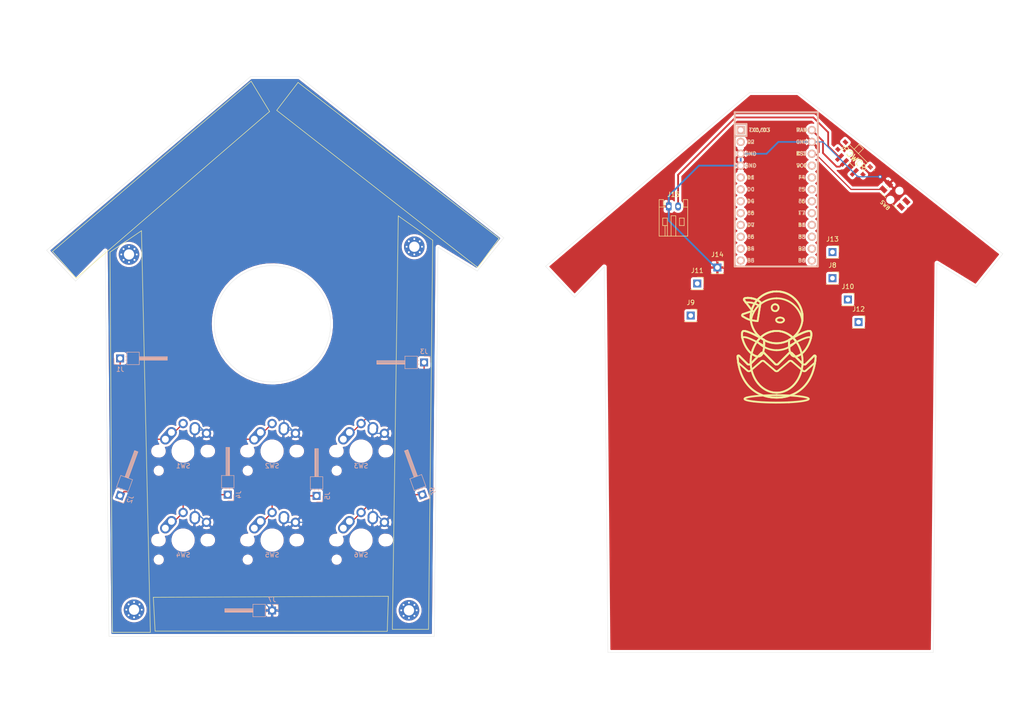
<source format=kicad_pcb>
(kicad_pcb (version 20171130) (host pcbnew 5.1.9-1.fc33)
  (layers (0 F.Cu signal) (31 B.Cu signal) (34 B.Paste user) (35 F.Paste user) (36 B.SilkS user) (37 F.SilkS user) (38 B.Mask user) (39 F.Mask user) (44 Edge.Cuts user))
  (net 0 "")
  (net 1 "Net-(J1-Pad1)")
  (net 2 "Net-(J2-Pad1)")
  (net 3 "Net-(J3-Pad1)")
  (net 4 "Net-(J4-Pad1)")
  (net 5 "Net-(J5-Pad1)")
  (net 6 "Net-(J6-Pad1)")
  (net 7 GND)
  (net 8 "Net-(J7-Pad1)")
  (net 9 SW1)
  (net 10 SW2)
  (net 11 SW3)
  (net 12 SW4)
  (net 13 SW5)
  (net 14 SW6)
  (net 15 RST)
  (net 16 RAW)
  (net 17 "Net-(U1-Pad12)")
  (net 18 "Net-(U1-Pad21)")
  (net 19 "Net-(U1-Pad20)")
  (net 20 "Net-(U1-Pad19)")
  (net 21 "Net-(U1-Pad18)")
  (net 22 "Net-(U1-Pad17)")
  (net 23 "Net-(U1-Pad16)")
  (net 24 "Net-(U1-Pad15)")
  (net 25 "Net-(U1-Pad14)")
  (net 26 "Net-(U1-Pad13)")
  (net 27 "Net-(U1-Pad11)")
  (net 28 "Net-(U1-Pad10)")
  (net 29 "Net-(U1-Pad9)")
  (net 30 "Net-(U1-Pad8)")
  (net 31 "Net-(U1-Pad7)")
  (net 32 "Net-(U1-Pad6)")
  (net 33 "Net-(U1-Pad5)")
  (net 34 "Net-(U1-Pad2)")
  (net 35 "Net-(U1-Pad1)")
  (net 36 VBAT)
  (module Connector_JST:JST_PH_S2B-PH-K_1x02_P2.00mm_Horizontal (layer F.Cu) (at 174.625 60.325)
    (fp_text reference J15 (at 1 -2.55) (layer F.SilkS))
    (fp_text value "JST PH")
    (pad 2 thru_hole oval (at 2 0) (size 1.2 1.75) (drill 0.75) (layers *.Cu *.Mask) (net 36 VBAT))
    (pad 1 thru_hole roundrect (at 0 0) (size 1.2 1.75) (drill 0.75) (layers *.Cu *.Mask) (roundrect_rratio 0.208333) (net 7 GND))
  )
  (module MSK-12C02:MSK-12C02 (layer F.Cu) (at 214.3125 50.00625 135)
    (fp_text reference SW7 (at 0 0 135) (layer F.SilkS) (effects (font (size 1.27 1.27))))
    (fp_text value POWER (at 0 0 135) (layer F.SilkS) (effects (font (size 1.27 1.27))))
    (fp_text user >Name (at -3 1 135) (layer F.SilkS) (effects (font (size 0.38608 0.38608) (thickness 0.032512)) (justify left bottom)))
    (pad "" np_thru_hole circle (at 1.5 0 135) (size 0.8 0.8) (drill 0.8) (layers *.Cu *.Mask))
    (pad "" np_thru_hole circle (at -1.5 0 135) (size 0.8 0.8) (drill 0.8) (layers *.Cu *.Mask))
    (pad 1 smd rect (at 2.323 -2.1 315) (size 0.8 2) (layers F.Cu F.Paste F.Mask) (net 36 VBAT))
    (pad 3 smd rect (at -2.177 -2.1 315) (size 0.8 2) (layers F.Cu F.Paste F.Mask))
    (pad GND@4 smd rect (at 3.75 1.125 315) (size 1 0.8) (layers F.Cu F.Paste F.Mask))
    (pad GND@3 smd rect (at 3.8 -1.125 315) (size 0.9 0.8) (layers F.Cu F.Paste F.Mask))
    (pad GND@1 smd rect (at -3.75 1.125 315) (size 1 0.8) (layers F.Cu F.Paste F.Mask))
    (pad GND@2 smd rect (at -3.8 -1.125 315) (size 0.9 0.8) (layers F.Cu F.Paste F.Mask))
    (pad 2 smd rect (at 0.823 -2.1 315) (size 0.8 2) (layers F.Cu F.Paste F.Mask) (net 16 RAW))
  )
  (module Keebio-Parts:ArduinoProMicro (layer F.Cu) (at 197.64375 57.94375 270)
    (fp_text reference U1 hide)
    (fp_text value ProMicro hide)
    (fp_text user ST (at -8.91 -5.04) (layer B.SilkS) (effects (font (size 0.8 0.8)) (justify mirror)))
    (fp_text user TX0/D3 (at -13.97 3.571872) (layer F.SilkS) (effects (font (size 0.8 0.8))))
    (fp_text user TX0/D3 (at -13.97 3.571872) (layer B.SilkS) (effects (font (size 0.8 0.8)) (justify mirror)))
    (fp_text user D2 (at -11.43 5.461) (layer F.SilkS) (effects (font (size 0.8 0.8))))
    (fp_text user D0 (at -1.27 5.461) (layer F.SilkS) (effects (font (size 0.8 0.8))))
    (fp_text user D1 (at -3.81 5.461) (layer F.SilkS) (effects (font (size 0.8 0.8))))
    (fp_text user GND (at -6.35 5.461) (layer F.SilkS) (effects (font (size 0.8 0.8))))
    (fp_text user GND (at -8.89 5.461) (layer F.SilkS) (effects (font (size 0.8 0.8))))
    (fp_text user D4 (at 1.27 5.461) (layer F.SilkS) (effects (font (size 0.8 0.8))))
    (fp_text user C6 (at 3.81 5.461) (layer F.SilkS) (effects (font (size 0.8 0.8))))
    (fp_text user D7 (at 6.35 5.461) (layer F.SilkS) (effects (font (size 0.8 0.8))))
    (fp_text user E6 (at 8.89 5.461) (layer F.SilkS) (effects (font (size 0.8 0.8))))
    (fp_text user B4 (at 11.43 5.461) (layer F.SilkS) (effects (font (size 0.8 0.8))))
    (fp_text user B5 (at 13.97 5.461) (layer F.SilkS) (effects (font (size 0.8 0.8))))
    (fp_text user B6 (at 13.97 -5.461) (layer F.SilkS) (effects (font (size 0.8 0.8))))
    (fp_text user B2 (at 11.43 -5.461) (layer B.SilkS) (effects (font (size 0.8 0.8)) (justify mirror)))
    (fp_text user B3 (at 8.89 -5.461) (layer F.SilkS) (effects (font (size 0.8 0.8))))
    (fp_text user B1 (at 6.35 -5.461) (layer F.SilkS) (effects (font (size 0.8 0.8))))
    (fp_text user F7 (at 3.81 -5.461) (layer B.SilkS) (effects (font (size 0.8 0.8)) (justify mirror)))
    (fp_text user F6 (at 1.27 -5.461) (layer B.SilkS) (effects (font (size 0.8 0.8)) (justify mirror)))
    (fp_text user F5 (at -1.27 -5.461) (layer B.SilkS) (effects (font (size 0.8 0.8)) (justify mirror)))
    (fp_text user F4 (at -3.81 -5.461) (layer F.SilkS) (effects (font (size 0.8 0.8))))
    (fp_text user VCC (at -6.35 -5.461) (layer F.SilkS) (effects (font (size 0.8 0.8))))
    (fp_text user ST (at -8.92 -5.73312) (layer F.SilkS) (effects (font (size 0.8 0.8))))
    (fp_text user GND (at -11.43 -5.461) (layer F.SilkS) (effects (font (size 0.8 0.8))))
    (fp_text user RAW (at -13.97 -5.461) (layer F.SilkS) (effects (font (size 0.8 0.8))))
    (fp_text user RAW (at -13.97 -5.461) (layer B.SilkS) (effects (font (size 0.8 0.8)) (justify mirror)))
    (fp_text user GND (at -11.43 -5.461) (layer B.SilkS) (effects (font (size 0.8 0.8)) (justify mirror)))
    (fp_text user VCC (at -6.35 -5.461) (layer B.SilkS) (effects (font (size 0.8 0.8)) (justify mirror)))
    (fp_text user F4 (at -3.81 -5.461) (layer B.SilkS) (effects (font (size 0.8 0.8)) (justify mirror)))
    (fp_text user F5 (at -1.27 -5.461) (layer F.SilkS) (effects (font (size 0.8 0.8))))
    (fp_text user F6 (at 1.27 -5.461) (layer F.SilkS) (effects (font (size 0.8 0.8))))
    (fp_text user F7 (at 3.81 -5.461) (layer F.SilkS) (effects (font (size 0.8 0.8))))
    (fp_text user B1 (at 6.35 -5.461) (layer B.SilkS) (effects (font (size 0.8 0.8)) (justify mirror)))
    (fp_text user B3 (at 8.89 -5.461) (layer B.SilkS) (effects (font (size 0.8 0.8)) (justify mirror)))
    (fp_text user B2 (at 11.43 -5.461) (layer F.SilkS) (effects (font (size 0.8 0.8))))
    (fp_text user B6 (at 13.97 -5.461) (layer B.SilkS) (effects (font (size 0.8 0.8)) (justify mirror)))
    (fp_text user B5 (at 13.97 5.461) (layer B.SilkS) (effects (font (size 0.8 0.8)) (justify mirror)))
    (fp_text user B4 (at 11.43 5.461) (layer B.SilkS) (effects (font (size 0.8 0.8)) (justify mirror)))
    (fp_text user E6 (at 8.89 5.461) (layer B.SilkS) (effects (font (size 0.8 0.8)) (justify mirror)))
    (fp_text user D7 (at 6.35 5.461) (layer B.SilkS) (effects (font (size 0.8 0.8)) (justify mirror)))
    (fp_text user C6 (at 3.81 5.461) (layer B.SilkS) (effects (font (size 0.8 0.8)) (justify mirror)))
    (fp_text user D4 (at 1.27 5.461) (layer B.SilkS) (effects (font (size 0.8 0.8)) (justify mirror)))
    (fp_text user GND (at -8.89 5.461) (layer B.SilkS) (effects (font (size 0.8 0.8)) (justify mirror)))
    (fp_text user GND (at -6.35 5.461) (layer B.SilkS) (effects (font (size 0.8 0.8)) (justify mirror)))
    (fp_text user D1 (at -3.81 5.461) (layer B.SilkS) (effects (font (size 0.8 0.8)) (justify mirror)))
    (fp_text user D0 (at -1.27 5.461) (layer B.SilkS) (effects (font (size 0.8 0.8)) (justify mirror)))
    (fp_text user D2 (at -11.43 5.461) (layer B.SilkS) (effects (font (size 0.8 0.8)) (justify mirror)))
    (pad 24 thru_hole circle (at -13.97 -7.62 270) (size 1.7526 1.7526) (drill 1.0922) (layers *.Cu *.SilkS *.Mask) (net 16 RAW))
    (pad 12 thru_hole circle (at 13.97 7.62 270) (size 1.7526 1.7526) (drill 1.0922) (layers *.Cu *.SilkS *.Mask) (net 17 "Net-(U1-Pad12)"))
    (pad 23 thru_hole circle (at -11.43 -7.62 270) (size 1.7526 1.7526) (drill 1.0922) (layers *.Cu *.SilkS *.Mask) (net 7 GND))
    (pad 22 thru_hole circle (at -8.89 -7.62 270) (size 1.7526 1.7526) (drill 1.0922) (layers *.Cu *.SilkS *.Mask) (net 15 RST))
    (pad 21 thru_hole circle (at -6.35 -7.62 270) (size 1.7526 1.7526) (drill 1.0922) (layers *.Cu *.SilkS *.Mask) (net 18 "Net-(U1-Pad21)"))
    (pad 20 thru_hole circle (at -3.81 -7.62 270) (size 1.7526 1.7526) (drill 1.0922) (layers *.Cu *.SilkS *.Mask) (net 19 "Net-(U1-Pad20)"))
    (pad 19 thru_hole circle (at -1.27 -7.62 270) (size 1.7526 1.7526) (drill 1.0922) (layers *.Cu *.SilkS *.Mask) (net 20 "Net-(U1-Pad19)"))
    (pad 18 thru_hole circle (at 1.27 -7.62 270) (size 1.7526 1.7526) (drill 1.0922) (layers *.Cu *.SilkS *.Mask) (net 21 "Net-(U1-Pad18)"))
    (pad 17 thru_hole circle (at 3.81 -7.62 270) (size 1.7526 1.7526) (drill 1.0922) (layers *.Cu *.SilkS *.Mask) (net 22 "Net-(U1-Pad17)"))
    (pad 16 thru_hole circle (at 6.35 -7.62 270) (size 1.7526 1.7526) (drill 1.0922) (layers *.Cu *.SilkS *.Mask) (net 23 "Net-(U1-Pad16)"))
    (pad 15 thru_hole circle (at 8.89 -7.62 270) (size 1.7526 1.7526) (drill 1.0922) (layers *.Cu *.SilkS *.Mask) (net 24 "Net-(U1-Pad15)"))
    (pad 14 thru_hole circle (at 11.43 -7.62 270) (size 1.7526 1.7526) (drill 1.0922) (layers *.Cu *.SilkS *.Mask) (net 25 "Net-(U1-Pad14)"))
    (pad 13 thru_hole circle (at 13.97 -7.62 270) (size 1.7526 1.7526) (drill 1.0922) (layers *.Cu *.SilkS *.Mask) (net 26 "Net-(U1-Pad13)"))
    (pad 11 thru_hole circle (at 11.43 7.62 270) (size 1.7526 1.7526) (drill 1.0922) (layers *.Cu *.SilkS *.Mask) (net 27 "Net-(U1-Pad11)"))
    (pad 10 thru_hole circle (at 8.89 7.62 270) (size 1.7526 1.7526) (drill 1.0922) (layers *.Cu *.SilkS *.Mask) (net 28 "Net-(U1-Pad10)"))
    (pad 9 thru_hole circle (at 6.35 7.62 270) (size 1.7526 1.7526) (drill 1.0922) (layers *.Cu *.SilkS *.Mask) (net 29 "Net-(U1-Pad9)"))
    (pad 8 thru_hole circle (at 3.81 7.62 270) (size 1.7526 1.7526) (drill 1.0922) (layers *.Cu *.SilkS *.Mask) (net 30 "Net-(U1-Pad8)"))
    (pad 7 thru_hole circle (at 1.27 7.62 270) (size 1.7526 1.7526) (drill 1.0922) (layers *.Cu *.SilkS *.Mask) (net 31 "Net-(U1-Pad7)"))
    (pad 6 thru_hole circle (at -1.27 7.62 270) (size 1.7526 1.7526) (drill 1.0922) (layers *.Cu *.SilkS *.Mask) (net 32 "Net-(U1-Pad6)"))
    (pad 5 thru_hole circle (at -3.81 7.62 270) (size 1.7526 1.7526) (drill 1.0922) (layers *.Cu *.SilkS *.Mask) (net 33 "Net-(U1-Pad5)"))
    (pad 4 thru_hole circle (at -6.35 7.62 270) (size 1.7526 1.7526) (drill 1.0922) (layers *.Cu *.SilkS *.Mask) (net 7 GND))
    (pad 3 thru_hole circle (at -8.89 7.62 270) (size 1.7526 1.7526) (drill 1.0922) (layers *.Cu *.SilkS *.Mask) (net 7 GND))
    (pad 2 thru_hole circle (at -11.43 7.62 270) (size 1.7526 1.7526) (drill 1.0922) (layers *.Cu *.SilkS *.Mask) (net 34 "Net-(U1-Pad2)"))
    (pad 1 thru_hole rect (at -13.97 7.62 270) (size 1.7526 1.7526) (drill 1.0922) (layers *.Cu *.SilkS *.Mask) (net 35 "Net-(U1-Pad1)"))
  )
  (module birdhouse:EVQPUC02K (layer F.Cu) (at 223.04375 57.94375 135)
    (fp_text reference SW8 (at 0 -3 135) (layer F.SilkS) (effects (font (size 0.8 0.8))))
    (fp_text value RESET)
    (pad "" np_thru_hole circle (at 0 1.375 135) (size 0.75 0.75) (drill 0.75) (layers *.Cu *.Mask))
    (pad "" np_thru_hole circle (at 0 -1.375 225) (size 0.75 0.75) (drill 0.75) (layers *.Cu *.Mask))
    (pad 2 smd rect (at 2.625 0.85 225) (size 1 1.55) (layers F.Cu F.Paste F.Mask) (net 7 GND))
    (pad 3 smd rect (at -2.625 -0.85 45) (size 1 1.55) (layers F.Cu F.Paste F.Mask))
    (pad 1 smd rect (at 2.625 -0.85 225) (size 1 1.55) (layers F.Cu F.Paste F.Mask) (net 15 RST))
    (pad 4 smd rect (at -2.625 0.85 225) (size 1 1.55) (layers F.Cu F.Paste F.Mask))
  )
  (module Connector_PinSocket_2.54mm:PinSocket_1x01_P2.54mm_Vertical (layer F.Cu) (at 185.039 73.406)
    (fp_text reference J14 (at 0 -2.77) (layer F.SilkS))
    (fp_text value J7_BACK)
    (pad 1 thru_hole rect (at 0 0) (size 1.7 1.7) (drill 1) (layers *.Cu *.Mask) (net 7 GND))
  )
  (module Connector_PinSocket_2.54mm:PinSocket_1x01_P2.54mm_Vertical (layer F.Cu) (at 209.677 70.104)
    (fp_text reference J13 (at 0 -2.77) (layer F.SilkS))
    (fp_text value J6_BACK)
    (pad 1 thru_hole rect (at 0 0) (size 1.7 1.7) (drill 1) (layers *.Cu *.Mask) (net 14 SW6))
  )
  (module Connector_PinSocket_2.54mm:PinSocket_1x01_P2.54mm_Vertical (layer F.Cu) (at 215.265 85.09)
    (fp_text reference J12 (at 0 -2.77) (layer F.SilkS))
    (fp_text value J5_BACK)
    (pad 1 thru_hole rect (at 0 0) (size 1.7 1.7) (drill 1) (layers *.Cu *.Mask) (net 13 SW5))
  )
  (module Connector_PinSocket_2.54mm:PinSocket_1x01_P2.54mm_Vertical (layer F.Cu) (at 180.721 76.835)
    (fp_text reference J11 (at 0 -2.77) (layer F.SilkS))
    (fp_text value J4_BACK)
    (pad 1 thru_hole rect (at 0 0) (size 1.7 1.7) (drill 1) (layers *.Cu *.Mask) (net 12 SW4))
  )
  (module Connector_PinSocket_2.54mm:PinSocket_1x01_P2.54mm_Vertical (layer F.Cu) (at 212.979 80.264)
    (fp_text reference J10 (at 0 -2.77) (layer F.SilkS))
    (fp_text value J3_BACK)
    (pad 1 thru_hole rect (at 0 0) (size 1.7 1.7) (drill 1) (layers *.Cu *.Mask) (net 11 SW3))
  )
  (module Connector_PinSocket_2.54mm:PinSocket_1x01_P2.54mm_Vertical (layer F.Cu) (at 179.324 83.693)
    (fp_text reference J9 (at 0 -2.77) (layer F.SilkS))
    (fp_text value J2_BACK)
    (pad 1 thru_hole rect (at 0 0) (size 1.7 1.7) (drill 1) (layers *.Cu *.Mask) (net 10 SW2))
  )
  (module Connector_PinSocket_2.54mm:PinSocket_1x01_P2.54mm_Vertical (layer F.Cu) (at 209.677 75.692)
    (fp_text reference J8 (at 0 -2.77) (layer F.SilkS))
    (fp_text value J1_BACK)
    (pad 1 thru_hole rect (at 0 0) (size 1.7 1.7) (drill 1) (layers *.Cu *.Mask) (net 9 SW1))
  )
  (module Connector_PinHeader_2.54mm:PinHeader_1x01_P2.54mm_Horizontal (layer B.Cu) (at 122.2375 93.726 180)
    (fp_text reference J3 (at 0 2.33) (layer B.SilkS) (effects (justify mirror)))
    (fp_text value Conn_01x01_Female)
    (pad 1 thru_hole rect (at 0 0 180) (size 1.7 1.7) (drill 1) (layers *.Cu *.Mask) (net 3 "Net-(J3-Pad1)"))
  )
  (module Connector_PinHeader_2.54mm:PinHeader_1x01_P2.54mm_Horizontal (layer B.Cu) (at 89.69375 146.84375 180)
    (fp_text reference J7 (at 0 2.33) (layer B.SilkS) (effects (justify mirror)))
    (fp_text value Conn_01x01_Female)
    (pad 1 thru_hole rect (at 0 0 180) (size 1.7 1.7) (drill 1) (layers *.Cu *.Mask) (net 8 "Net-(J7-Pad1)"))
  )
  (module Connector_PinHeader_2.54mm:PinHeader_1x01_P2.54mm_Horizontal (layer B.Cu) (at 121.8565 122.047 110)
    (fp_text reference J6 (at 0 2.33 110) (layer B.SilkS) (effects (justify mirror)))
    (fp_text value Conn_01x01_Female)
    (pad 1 thru_hole rect (at 0 0 110) (size 1.7 1.7) (drill 1) (layers *.Cu *.Mask) (net 6 "Net-(J6-Pad1)"))
  )
  (module Connector_PinHeader_2.54mm:PinHeader_1x01_P2.54mm_Horizontal (layer B.Cu) (at 99.21875 122.301 90)
    (fp_text reference J5 (at 0 2.33 90) (layer B.SilkS) (effects (justify mirror)))
    (fp_text value Conn_01x01_Female)
    (pad 1 thru_hole rect (at 0 0 90) (size 1.7 1.7) (drill 1) (layers *.Cu *.Mask) (net 5 "Net-(J5-Pad1)"))
  )
  (module Connector_PinHeader_2.54mm:PinHeader_1x01_P2.54mm_Horizontal (layer B.Cu) (at 80.2005 122.047 90)
    (fp_text reference J4 (at 0 2.33 90) (layer B.SilkS) (effects (justify mirror)))
    (fp_text value Conn_01x01_Female)
    (pad 1 thru_hole rect (at 0 0 90) (size 1.7 1.7) (drill 1) (layers *.Cu *.Mask) (net 4 "Net-(J4-Pad1)"))
  )
  (module Connector_PinHeader_2.54mm:PinHeader_1x01_P2.54mm_Horizontal (layer B.Cu) (at 57.15 122.2375 70)
    (fp_text reference J2 (at 0 2.33 70) (layer B.SilkS) (effects (justify mirror)))
    (fp_text value Conn_01x01_Female)
    (pad 1 thru_hole rect (at 0 0 70) (size 1.7 1.7) (drill 1) (layers *.Cu *.Mask) (net 2 "Net-(J2-Pad1)"))
  )
  (module Connector_PinHeader_2.54mm:PinHeader_1x01_P2.54mm_Horizontal (layer B.Cu) (at 57.15 92.86875)
    (fp_text reference J1 (at 0 2.33) (layer B.SilkS) (effects (justify mirror)))
    (fp_text value Conn_01x01_Female)
    (pad 1 thru_hole rect (at 0 0) (size 1.7 1.7) (drill 1) (layers *.Cu *.Mask) (net 1 "Net-(J1-Pad1)"))
  )
  (module MountingHole:MountingHole_2.2mm_M2_Pad_Via (layer F.Cu) (at 120.142 68.961)
    (fp_text reference U4 hide)
    (fp_text value HOLE)
    (pad 1 thru_hole circle (at 1.166726 -1.166726) (size 0.7 0.7) (drill 0.4) (layers *.Cu *.Mask))
    (pad 1 thru_hole circle (at 0 -1.65) (size 0.7 0.7) (drill 0.4) (layers *.Cu *.Mask))
    (pad 1 thru_hole circle (at -1.166726 -1.166726) (size 0.7 0.7) (drill 0.4) (layers *.Cu *.Mask))
    (pad 1 thru_hole circle (at -1.65 0) (size 0.7 0.7) (drill 0.4) (layers *.Cu *.Mask))
    (pad 1 thru_hole circle (at -1.166726 1.166726) (size 0.7 0.7) (drill 0.4) (layers *.Cu *.Mask))
    (pad 1 thru_hole circle (at 0 1.65) (size 0.7 0.7) (drill 0.4) (layers *.Cu *.Mask))
    (pad 1 thru_hole circle (at 1.166726 1.166726) (size 0.7 0.7) (drill 0.4) (layers *.Cu *.Mask))
    (pad 1 thru_hole circle (at 1.65 0) (size 0.7 0.7) (drill 0.4) (layers *.Cu *.Mask))
    (pad 1 thru_hole circle (at 0 0) (size 4.4 4.4) (drill 2.2) (layers *.Cu *.Mask))
  )
  (module MountingHole:MountingHole_2.2mm_M2_Pad_Via (layer F.Cu) (at 59.055 70.612)
    (fp_text reference U4 hide)
    (fp_text value HOLE)
    (pad 1 thru_hole circle (at 1.166726 -1.166726) (size 0.7 0.7) (drill 0.4) (layers *.Cu *.Mask))
    (pad 1 thru_hole circle (at 0 -1.65) (size 0.7 0.7) (drill 0.4) (layers *.Cu *.Mask))
    (pad 1 thru_hole circle (at -1.166726 -1.166726) (size 0.7 0.7) (drill 0.4) (layers *.Cu *.Mask))
    (pad 1 thru_hole circle (at -1.65 0) (size 0.7 0.7) (drill 0.4) (layers *.Cu *.Mask))
    (pad 1 thru_hole circle (at -1.166726 1.166726) (size 0.7 0.7) (drill 0.4) (layers *.Cu *.Mask))
    (pad 1 thru_hole circle (at 0 1.65) (size 0.7 0.7) (drill 0.4) (layers *.Cu *.Mask))
    (pad 1 thru_hole circle (at 1.166726 1.166726) (size 0.7 0.7) (drill 0.4) (layers *.Cu *.Mask))
    (pad 1 thru_hole circle (at 1.65 0) (size 0.7 0.7) (drill 0.4) (layers *.Cu *.Mask))
    (pad 1 thru_hole circle (at 0 0) (size 4.4 4.4) (drill 2.2) (layers *.Cu *.Mask))
  )
  (module MountingHole:MountingHole_2.2mm_M2_Pad_Via (layer F.Cu) (at 118.999 146.812)
    (fp_text reference U4 hide)
    (fp_text value HOLE)
    (pad 1 thru_hole circle (at 1.166726 -1.166726) (size 0.7 0.7) (drill 0.4) (layers *.Cu *.Mask))
    (pad 1 thru_hole circle (at 0 -1.65) (size 0.7 0.7) (drill 0.4) (layers *.Cu *.Mask))
    (pad 1 thru_hole circle (at -1.166726 -1.166726) (size 0.7 0.7) (drill 0.4) (layers *.Cu *.Mask))
    (pad 1 thru_hole circle (at -1.65 0) (size 0.7 0.7) (drill 0.4) (layers *.Cu *.Mask))
    (pad 1 thru_hole circle (at -1.166726 1.166726) (size 0.7 0.7) (drill 0.4) (layers *.Cu *.Mask))
    (pad 1 thru_hole circle (at 0 1.65) (size 0.7 0.7) (drill 0.4) (layers *.Cu *.Mask))
    (pad 1 thru_hole circle (at 1.166726 1.166726) (size 0.7 0.7) (drill 0.4) (layers *.Cu *.Mask))
    (pad 1 thru_hole circle (at 1.65 0) (size 0.7 0.7) (drill 0.4) (layers *.Cu *.Mask))
    (pad 1 thru_hole circle (at 0 0) (size 4.4 4.4) (drill 2.2) (layers *.Cu *.Mask))
  )
  (module MountingHole:MountingHole_2.2mm_M2_Pad_Via (layer F.Cu) (at 60.1345 146.685)
    (fp_text reference U4 hide)
    (fp_text value HOLE)
    (pad 1 thru_hole circle (at 1.166726 -1.166726) (size 0.7 0.7) (drill 0.4) (layers *.Cu *.Mask))
    (pad 1 thru_hole circle (at 0 -1.65) (size 0.7 0.7) (drill 0.4) (layers *.Cu *.Mask))
    (pad 1 thru_hole circle (at -1.166726 -1.166726) (size 0.7 0.7) (drill 0.4) (layers *.Cu *.Mask))
    (pad 1 thru_hole circle (at -1.65 0) (size 0.7 0.7) (drill 0.4) (layers *.Cu *.Mask))
    (pad 1 thru_hole circle (at -1.166726 1.166726) (size 0.7 0.7) (drill 0.4) (layers *.Cu *.Mask))
    (pad 1 thru_hole circle (at 0 1.65) (size 0.7 0.7) (drill 0.4) (layers *.Cu *.Mask))
    (pad 1 thru_hole circle (at 1.166726 1.166726) (size 0.7 0.7) (drill 0.4) (layers *.Cu *.Mask))
    (pad 1 thru_hole circle (at 1.65 0) (size 0.7 0.7) (drill 0.4) (layers *.Cu *.Mask))
    (pad 1 thru_hole circle (at 0 0) (size 4.4 4.4) (drill 2.2) (layers *.Cu *.Mask))
  )
  (module Keebio-Parts:MX-Alps-Choc-1U-NoLED (layer F.Cu) (at 108.74375 131.7625)
    (fp_text reference SW6 (at 0 3.175) (layer B.SilkS) (effects (justify mirror)))
    (fp_text value SW_Push)
    (pad "" np_thru_hole circle (at -5.22 4.2 48.1) (size 1.2 1.2) (drill 1.2) (layers *.Cu *.Mask))
    (pad "" np_thru_hole circle (at 5.5 0 48.1) (size 1.7 1.7) (drill 1.7) (layers *.Cu *.Mask))
    (pad "" np_thru_hole circle (at -5.5 0 48.1) (size 1.7 1.7) (drill 1.7) (layers *.Cu *.Mask))
    (pad 2 thru_hole circle (at 0 -5.9) (size 2 2) (drill 1.2) (layers *.Cu *.Mask) (net 6 "Net-(J6-Pad1)"))
    (pad 1 thru_hole circle (at 5 -3.8) (size 2 2) (drill 1.2) (layers *.Cu *.Mask) (net 8 "Net-(J7-Pad1)"))
    (pad "" np_thru_hole circle (at 5.08 0 48.0996) (size 1.75 1.75) (drill 1.75) (layers *.Cu *.Mask))
    (pad "" np_thru_hole circle (at -5.08 0 48.0996) (size 1.75 1.75) (drill 1.75) (layers *.Cu *.Mask))
    (pad 2 thru_hole circle (at -2.5 -4) (size 2.25 2.25) (drill 1.47) (layers *.Cu *.Mask) (net 6 "Net-(J6-Pad1)"))
    (pad "" np_thru_hole circle (at 0 0) (size 3.9878 3.9878) (drill 3.9878) (layers *.Cu *.Mask))
    (pad 2 thru_hole oval (at -3.81 -2.54 48.1) (size 4.211556 2.25) (drill 1.47 (offset 0.980778 0)) (layers *.Cu *.Mask) (net 6 "Net-(J6-Pad1)"))
    (pad 1 thru_hole circle (at 2.54 -5.08) (size 2.25 2.25) (drill 1.47) (layers *.Cu *.Mask) (net 8 "Net-(J7-Pad1)"))
    (pad 1 thru_hole oval (at 2.5 -4.5 86.1) (size 2.831378 2.25) (drill 1.47 (offset 0.290689 0)) (layers *.Cu *.Mask) (net 8 "Net-(J7-Pad1)"))
  )
  (module Keebio-Parts:MX-Alps-Choc-1U-NoLED (layer F.Cu) (at 89.69375 131.7625)
    (fp_text reference SW5 (at 0 3.175) (layer B.SilkS) (effects (justify mirror)))
    (fp_text value SW_Push)
    (pad "" np_thru_hole circle (at -5.22 4.2 48.1) (size 1.2 1.2) (drill 1.2) (layers *.Cu *.Mask))
    (pad "" np_thru_hole circle (at 5.5 0 48.1) (size 1.7 1.7) (drill 1.7) (layers *.Cu *.Mask))
    (pad "" np_thru_hole circle (at -5.5 0 48.1) (size 1.7 1.7) (drill 1.7) (layers *.Cu *.Mask))
    (pad 2 thru_hole circle (at 0 -5.9) (size 2 2) (drill 1.2) (layers *.Cu *.Mask) (net 5 "Net-(J5-Pad1)"))
    (pad 1 thru_hole circle (at 5 -3.8) (size 2 2) (drill 1.2) (layers *.Cu *.Mask) (net 8 "Net-(J7-Pad1)"))
    (pad "" np_thru_hole circle (at 5.08 0 48.0996) (size 1.75 1.75) (drill 1.75) (layers *.Cu *.Mask))
    (pad "" np_thru_hole circle (at -5.08 0 48.0996) (size 1.75 1.75) (drill 1.75) (layers *.Cu *.Mask))
    (pad 2 thru_hole circle (at -2.5 -4) (size 2.25 2.25) (drill 1.47) (layers *.Cu *.Mask) (net 5 "Net-(J5-Pad1)"))
    (pad "" np_thru_hole circle (at 0 0) (size 3.9878 3.9878) (drill 3.9878) (layers *.Cu *.Mask))
    (pad 2 thru_hole oval (at -3.81 -2.54 48.1) (size 4.211556 2.25) (drill 1.47 (offset 0.980778 0)) (layers *.Cu *.Mask) (net 5 "Net-(J5-Pad1)"))
    (pad 1 thru_hole circle (at 2.54 -5.08) (size 2.25 2.25) (drill 1.47) (layers *.Cu *.Mask) (net 8 "Net-(J7-Pad1)"))
    (pad 1 thru_hole oval (at 2.5 -4.5 86.1) (size 2.831378 2.25) (drill 1.47 (offset 0.290689 0)) (layers *.Cu *.Mask) (net 8 "Net-(J7-Pad1)"))
  )
  (module Keebio-Parts:MX-Alps-Choc-1U-NoLED (layer F.Cu) (at 108.74375 112.7125)
    (fp_text reference SW3 (at 0 3.175) (layer B.SilkS) (effects (justify mirror)))
    (fp_text value SW_Push)
    (pad "" np_thru_hole circle (at -5.22 4.2 48.1) (size 1.2 1.2) (drill 1.2) (layers *.Cu *.Mask))
    (pad "" np_thru_hole circle (at 5.5 0 48.1) (size 1.7 1.7) (drill 1.7) (layers *.Cu *.Mask))
    (pad "" np_thru_hole circle (at -5.5 0 48.1) (size 1.7 1.7) (drill 1.7) (layers *.Cu *.Mask))
    (pad 2 thru_hole circle (at 0 -5.9) (size 2 2) (drill 1.2) (layers *.Cu *.Mask) (net 3 "Net-(J3-Pad1)"))
    (pad 1 thru_hole circle (at 5 -3.8) (size 2 2) (drill 1.2) (layers *.Cu *.Mask) (net 8 "Net-(J7-Pad1)"))
    (pad "" np_thru_hole circle (at 5.08 0 48.0996) (size 1.75 1.75) (drill 1.75) (layers *.Cu *.Mask))
    (pad "" np_thru_hole circle (at -5.08 0 48.0996) (size 1.75 1.75) (drill 1.75) (layers *.Cu *.Mask))
    (pad 2 thru_hole circle (at -2.5 -4) (size 2.25 2.25) (drill 1.47) (layers *.Cu *.Mask) (net 3 "Net-(J3-Pad1)"))
    (pad "" np_thru_hole circle (at 0 0) (size 3.9878 3.9878) (drill 3.9878) (layers *.Cu *.Mask))
    (pad 2 thru_hole oval (at -3.81 -2.54 48.1) (size 4.211556 2.25) (drill 1.47 (offset 0.980778 0)) (layers *.Cu *.Mask) (net 3 "Net-(J3-Pad1)"))
    (pad 1 thru_hole circle (at 2.54 -5.08) (size 2.25 2.25) (drill 1.47) (layers *.Cu *.Mask) (net 8 "Net-(J7-Pad1)"))
    (pad 1 thru_hole oval (at 2.5 -4.5 86.1) (size 2.831378 2.25) (drill 1.47 (offset 0.290689 0)) (layers *.Cu *.Mask) (net 8 "Net-(J7-Pad1)"))
  )
  (module Keebio-Parts:MX-Alps-Choc-1U-NoLED (layer F.Cu) (at 70.64375 131.7625)
    (fp_text reference SW4 (at 0 3.175) (layer B.SilkS) (effects (justify mirror)))
    (fp_text value SW_Push)
    (pad "" np_thru_hole circle (at -5.22 4.2 48.1) (size 1.2 1.2) (drill 1.2) (layers *.Cu *.Mask))
    (pad "" np_thru_hole circle (at 5.5 0 48.1) (size 1.7 1.7) (drill 1.7) (layers *.Cu *.Mask))
    (pad "" np_thru_hole circle (at -5.5 0 48.1) (size 1.7 1.7) (drill 1.7) (layers *.Cu *.Mask))
    (pad 2 thru_hole circle (at 0 -5.9) (size 2 2) (drill 1.2) (layers *.Cu *.Mask) (net 4 "Net-(J4-Pad1)"))
    (pad 1 thru_hole circle (at 5 -3.8) (size 2 2) (drill 1.2) (layers *.Cu *.Mask) (net 8 "Net-(J7-Pad1)"))
    (pad "" np_thru_hole circle (at 5.08 0 48.0996) (size 1.75 1.75) (drill 1.75) (layers *.Cu *.Mask))
    (pad "" np_thru_hole circle (at -5.08 0 48.0996) (size 1.75 1.75) (drill 1.75) (layers *.Cu *.Mask))
    (pad 2 thru_hole circle (at -2.5 -4) (size 2.25 2.25) (drill 1.47) (layers *.Cu *.Mask) (net 4 "Net-(J4-Pad1)"))
    (pad "" np_thru_hole circle (at 0 0) (size 3.9878 3.9878) (drill 3.9878) (layers *.Cu *.Mask))
    (pad 2 thru_hole oval (at -3.81 -2.54 48.1) (size 4.211556 2.25) (drill 1.47 (offset 0.980778 0)) (layers *.Cu *.Mask) (net 4 "Net-(J4-Pad1)"))
    (pad 1 thru_hole circle (at 2.54 -5.08) (size 2.25 2.25) (drill 1.47) (layers *.Cu *.Mask) (net 8 "Net-(J7-Pad1)"))
    (pad 1 thru_hole oval (at 2.5 -4.5 86.1) (size 2.831378 2.25) (drill 1.47 (offset 0.290689 0)) (layers *.Cu *.Mask) (net 8 "Net-(J7-Pad1)"))
  )
  (module Keebio-Parts:MX-Alps-Choc-1U-NoLED (layer F.Cu) (at 89.69375 112.7125)
    (fp_text reference SW2 (at 0 3.175) (layer B.SilkS) (effects (justify mirror)))
    (fp_text value SW_Push)
    (pad "" np_thru_hole circle (at -5.22 4.2 48.1) (size 1.2 1.2) (drill 1.2) (layers *.Cu *.Mask))
    (pad "" np_thru_hole circle (at 5.5 0 48.1) (size 1.7 1.7) (drill 1.7) (layers *.Cu *.Mask))
    (pad "" np_thru_hole circle (at -5.5 0 48.1) (size 1.7 1.7) (drill 1.7) (layers *.Cu *.Mask))
    (pad 2 thru_hole circle (at 0 -5.9) (size 2 2) (drill 1.2) (layers *.Cu *.Mask) (net 2 "Net-(J2-Pad1)"))
    (pad 1 thru_hole circle (at 5 -3.8) (size 2 2) (drill 1.2) (layers *.Cu *.Mask) (net 8 "Net-(J7-Pad1)"))
    (pad "" np_thru_hole circle (at 5.08 0 48.0996) (size 1.75 1.75) (drill 1.75) (layers *.Cu *.Mask))
    (pad "" np_thru_hole circle (at -5.08 0 48.0996) (size 1.75 1.75) (drill 1.75) (layers *.Cu *.Mask))
    (pad 2 thru_hole circle (at -2.5 -4) (size 2.25 2.25) (drill 1.47) (layers *.Cu *.Mask) (net 2 "Net-(J2-Pad1)"))
    (pad "" np_thru_hole circle (at 0 0) (size 3.9878 3.9878) (drill 3.9878) (layers *.Cu *.Mask))
    (pad 2 thru_hole oval (at -3.81 -2.54 48.1) (size 4.211556 2.25) (drill 1.47 (offset 0.980778 0)) (layers *.Cu *.Mask) (net 2 "Net-(J2-Pad1)"))
    (pad 1 thru_hole circle (at 2.54 -5.08) (size 2.25 2.25) (drill 1.47) (layers *.Cu *.Mask) (net 8 "Net-(J7-Pad1)"))
    (pad 1 thru_hole oval (at 2.5 -4.5 86.1) (size 2.831378 2.25) (drill 1.47 (offset 0.290689 0)) (layers *.Cu *.Mask) (net 8 "Net-(J7-Pad1)"))
  )
  (module Keebio-Parts:MX-Alps-Choc-1U-NoLED (layer F.Cu) (at 70.64375 112.7125)
    (fp_text reference SW1 (at 0 3.175) (layer B.SilkS) (effects (justify mirror)))
    (fp_text value SW_Push)
    (pad "" np_thru_hole circle (at -5.22 4.2 48.1) (size 1.2 1.2) (drill 1.2) (layers *.Cu *.Mask))
    (pad "" np_thru_hole circle (at 5.5 0 48.1) (size 1.7 1.7) (drill 1.7) (layers *.Cu *.Mask))
    (pad "" np_thru_hole circle (at -5.5 0 48.1) (size 1.7 1.7) (drill 1.7) (layers *.Cu *.Mask))
    (pad 2 thru_hole circle (at 0 -5.9) (size 2 2) (drill 1.2) (layers *.Cu *.Mask) (net 1 "Net-(J1-Pad1)"))
    (pad 1 thru_hole circle (at 5 -3.8) (size 2 2) (drill 1.2) (layers *.Cu *.Mask) (net 8 "Net-(J7-Pad1)"))
    (pad "" np_thru_hole circle (at 5.08 0 48.0996) (size 1.75 1.75) (drill 1.75) (layers *.Cu *.Mask))
    (pad "" np_thru_hole circle (at -5.08 0 48.0996) (size 1.75 1.75) (drill 1.75) (layers *.Cu *.Mask))
    (pad 2 thru_hole circle (at -2.5 -4) (size 2.25 2.25) (drill 1.47) (layers *.Cu *.Mask) (net 1 "Net-(J1-Pad1)"))
    (pad "" np_thru_hole circle (at 0 0) (size 3.9878 3.9878) (drill 3.9878) (layers *.Cu *.Mask))
    (pad 2 thru_hole oval (at -3.81 -2.54 48.1) (size 4.211556 2.25) (drill 1.47 (offset 0.980778 0)) (layers *.Cu *.Mask) (net 1 "Net-(J1-Pad1)"))
    (pad 1 thru_hole circle (at 2.54 -5.08) (size 2.25 2.25) (drill 1.47) (layers *.Cu *.Mask) (net 8 "Net-(J7-Pad1)"))
    (pad 1 thru_hole oval (at 2.5 -4.5 86.1) (size 2.831378 2.25) (drill 1.47 (offset 0.290689 0)) (layers *.Cu *.Mask) (net 8 "Net-(J7-Pad1)"))
  )
  (gr_line (start 148.235358 73.152) (end 191.923358 35.941) (layer Edge.Cuts) (width 0.05))
  (gr_line (start 246.152358 70.485) (end 202.337358 35.941) (layer Edge.Cuts) (width 0.05))
  (gr_line (start 154.458358 79.756) (end 160.808358 73.279) (layer Edge.Cuts) (width 0.05))
  (gr_line (start 191.923358 35.941) (end 202.337358 35.941) (layer Edge.Cuts) (width 0.05))
  (gr_line (start 154.458358 79.756) (end 148.235358 73.152) (layer Edge.Cuts) (width 0.05))
  (gr_line (start 240.437358 77.597) (end 232.055358 72.48525) (layer Edge.Cuts) (width 0.05))
  (gr_line (start 240.437358 77.597) (end 246.152358 70.485) (layer Edge.Cuts) (width 0.05))
  (gr_line (start 231.261608 155.829) (end 232.055358 72.48525) (layer Edge.Cuts) (width 0.05))
  (gr_line (start 160.808358 73.279) (end 161.602108 155.829) (layer Edge.Cuts) (width 0.05))
  (gr_line (start 161.602108 155.829) (end 231.261608 155.829) (layer Edge.Cuts) (width 0.05))
  (gr_line (start 116.713 62.357) (end 115.443 150.876) (layer F.SilkS) (width 0.12))
  (gr_line (start 124.079 67.564) (end 116.713 62.357) (layer F.SilkS) (width 0.12))
  (gr_line (start 123.19 150.876) (end 124.079 67.564) (layer F.SilkS) (width 0.12))
  (gr_line (start 115.443 150.876) (end 123.19 150.876) (layer F.SilkS) (width 0.12))
  (gr_line (start 114.352428 151.305052) (end 64.643 151.257) (layer F.SilkS) (width 0.12))
  (gr_line (start 114.58861 143.806269) (end 114.352428 151.305052) (layer F.SilkS) (width 0.12))
  (gr_line (start 64.262 144.018) (end 114.58861 143.806269) (layer F.SilkS) (width 0.12))
  (gr_line (start 133.604 74.168) (end 125.222 69.05625) (layer Edge.Cuts) (width 0.05))
  (gr_line (start 64.262 144.018) (end 64.643 151.257) (layer F.SilkS) (width 0.12))
  (gr_line (start 61.722 65.532) (end 54.991 70.104) (layer F.SilkS) (width 0.12))
  (gr_line (start 63.627 151.511) (end 61.722 65.532) (layer F.SilkS) (width 0.12))
  (gr_line (start 55.499 151.511) (end 63.627 151.511) (layer F.SilkS) (width 0.12))
  (gr_line (start 54.991 70.104) (end 55.499 151.511) (layer F.SilkS) (width 0.12))
  (gr_line (start 138.303 67.183) (end 133.731 73.406) (layer F.SilkS) (width 0.12))
  (gr_line (start 95.25 33.782) (end 138.303 67.183) (layer F.SilkS) (width 0.12))
  (gr_line (start 90.678 39.751) (end 95.25 33.782) (layer F.SilkS) (width 0.12))
  (gr_line (start 133.731 73.406) (end 90.678 39.751) (layer F.SilkS) (width 0.12))
  (gr_line (start 42.672 69.977) (end 47.752 75.692) (layer F.SilkS) (width 0.12))
  (gr_line (start 85.217 33.528) (end 42.672 69.977) (layer F.SilkS) (width 0.12))
  (gr_line (start 89.154 40.005) (end 85.217 33.528) (layer F.SilkS) (width 0.12))
  (gr_line (start 47.752 75.692) (end 89.154 40.005) (layer F.SilkS) (width 0.12))
  (gr_line (start 139.319 67.056) (end 95.504 32.512) (layer Edge.Cuts) (width 0.05))
  (gr_line (start 47.625 76.327) (end 53.975 69.85) (layer Edge.Cuts) (width 0.05))
  (gr_line (start 85.09 32.512) (end 95.504 32.512) (layer Edge.Cuts) (width 0.05))
  (gr_line (start 133.604 74.168) (end 139.319 67.056) (layer Edge.Cuts) (width 0.05))
  (gr_line (start 41.402 69.723) (end 85.09 32.512) (layer Edge.Cuts) (width 0.05))
  (gr_line (start 47.625 76.327) (end 41.402 69.723) (layer Edge.Cuts) (width 0.05))
  (gr_line (start 189.727418 93.969416) (end 189.727418 93.969416) (layer F.SilkS) (width 0.4))
  (gr_curve (pts (xy 192.108668 94.07525) (xy 191.949918 94.234) (xy 191.632418 94.234) (xy 191.473668 94.07525)) (layer F.SilkS) (width 0.4))
  (gr_curve (pts (xy 192.584528 81.947714) (xy 191.724526 84.023942) (xy 192.199896 86.413786) (xy 193.788972 88.002862)) (layer F.SilkS) (width 0.4))
  (gr_line (start 197.400334 94.07525) (end 195.072 91.746916) (layer F.SilkS) (width 0.4))
  (gr_curve (pts (xy 197.717834 79.999416) (xy 200.522418 79.999416) (xy 202.85075 82.116082) (xy 203.221168 84.814832)) (layer F.SilkS) (width 0.4))
  (gr_curve (pts (xy 203.274084 93.599) (xy 203.274084 91.844702) (xy 202.688696 90.162258) (xy 201.646696 88.921782)) (layer F.SilkS) (width 0.4))
  (gr_curve (pts (xy 198.035334 94.07525) (xy 197.876584 94.234) (xy 197.559084 94.234) (xy 197.400334 94.07525)) (layer F.SilkS) (width 0.4))
  (gr_curve (pts (xy 191.362312 101.232744) (xy 190.297548 101.529348) (xy 190.8861 101.870754) (xy 192.853528 102.097766)) (layer F.SilkS) (width 0.4))
  (gr_curve (pts (xy 197.924182 81.486402) (xy 197.78525 81.347468) (xy 197.596816 81.269416) (xy 197.400334 81.269416)) (layer F.SilkS) (width 0.4))
  (gr_curve (pts (xy 197.717834 78.51775) (xy 194.648668 78.51775) (xy 192.161584 81.004832) (xy 192.161584 84.074)) (layer F.SilkS) (width 0.4))
  (gr_curve (pts (xy 198.141168 82.01025) (xy 198.141168 81.813768) (xy 198.063116 81.625334) (xy 197.924182 81.486402)) (layer F.SilkS) (width 0.4))
  (gr_curve (pts (xy 189.727418 92.329) (xy 189.568668 92.17025) (xy 189.304084 92.276082) (xy 189.357 92.48775)) (layer F.SilkS) (width 0.4))
  (gr_curve (pts (xy 203.274084 84.074) (xy 203.274084 82.60039) (xy 202.688696 81.187136) (xy 201.646696 80.145138)) (layer F.SilkS) (width 0.4))
  (gr_curve (pts (xy 199.057352 84.281906) (xy 198.89857 84.182668) (xy 198.683218 84.126916) (xy 198.458668 84.126916)) (layer F.SilkS) (width 0.4))
  (gr_curve (pts (xy 202.58214 100.975234) (xy 201.292045 100.826376) (xy 199.542302 100.74275) (xy 197.717834 100.74275)) (layer F.SilkS) (width 0.4))
  (gr_curve (pts (xy 197.400334 81.269416) (xy 197.100694 81.269416) (xy 196.83056 81.449914) (xy 196.715894 81.726744)) (layer F.SilkS) (width 0.4))
  (gr_curve (pts (xy 192.584528 81.947714) (xy 191.724526 84.023942) (xy 192.199896 86.413786) (xy 193.788972 88.002862)) (layer F.SilkS) (width 0.4))
  (gr_curve (pts (xy 193.788972 98.276216) (xy 195.378048 100.167974) (xy 197.76789 100.73389) (xy 199.844118 99.710078)) (layer F.SilkS) (width 0.4))
  (gr_curve (pts (xy 190.521168 87.037332) (xy 189.780334 87.460666) (xy 190.838668 91.3765) (xy 193.166999 92.329)) (layer F.SilkS) (width 0.4))
  (gr_curve (pts (xy 204.9145 87.037332) (xy 204.173668 86.614001) (xy 200.416584 88.889416) (xy 200.416584 88.889416)) (layer F.SilkS) (width 0.4))
  (gr_line (start 205.70825 92.329) (end 203.962 94.07525) (layer F.SilkS) (width 0.4))
  (gr_curve (pts (xy 192.426168 79.999416) (xy 191.685334 79.840666) (xy 191.156168 79.893582) (xy 190.891584 79.999416)) (layer F.SilkS) (width 0.4))
  (gr_curve (pts (xy 202.268668 92.329) (xy 199.940334 93.2815) (xy 200.416584 88.889416) (xy 200.416584 88.889416)) (layer F.SilkS) (width 0.4))
  (gr_line (start 189.727418 93.969416) (end 191.473668 95.504) (layer F.SilkS) (width 0.4))
  (gr_curve (pts (xy 203.962 94.07525) (xy 203.80325 94.234) (xy 203.48575 94.234) (xy 203.327 94.07525)) (layer F.SilkS) (width 0.4))
  (gr_curve (pts (xy 205.919918 93.9165) (xy 205.972834 93.44025) (xy 206.078668 92.964) (xy 206.078668 92.48775)) (layer F.SilkS) (width 0.4))
  (gr_line (start 197.400334 94.07525) (end 195.072 91.746916) (layer F.SilkS) (width 0.4))
  (gr_line (start 193.64325 84.86775) (end 194.27825 80.899) (layer F.SilkS) (width 0.4))
  (gr_curve (pts (xy 204.9145 87.037332) (xy 205.655334 87.460666) (xy 204.597 91.3765) (xy 202.268668 92.329)) (layer F.SilkS) (width 0.4))
  (gr_curve (pts (xy 197.859984 85.03026) (xy 198.102128 85.1816) (xy 198.466294 85.226874) (xy 198.782672 85.144968)) (layer F.SilkS) (width 0.4))
  (gr_curve (pts (xy 192.584528 91.067708) (xy 191.724526 93.539408) (xy 192.199896 96.384458) (xy 193.788972 98.276216)) (layer F.SilkS) (width 0.4))
  (gr_curve (pts (xy 193.166999 92.329) (xy 195.495334 93.2815) (xy 195.019084 88.889416) (xy 195.019084 88.889416)) (layer F.SilkS) (width 0.4))
  (gr_curve (pts (xy 194.27825 80.899) (xy 194.27825 80.899) (xy 193.802 80.264) (xy 192.426168 79.999416)) (layer F.SilkS) (width 0.4))
  (gr_curve (pts (xy 197.400334 95.504) (xy 197.559084 95.66275) (xy 197.876584 95.66275) (xy 198.035334 95.504)) (layer F.SilkS) (width 0.4))
  (gr_curve (pts (xy 192.584528 91.067708) (xy 191.724526 93.539408) (xy 192.199896 96.384458) (xy 193.788972 98.276216)) (layer F.SilkS) (width 0.4))
  (gr_curve (pts (xy 189.727418 92.329) (xy 189.568668 92.17025) (xy 189.304084 92.276082) (xy 189.357 92.48775)) (layer F.SilkS) (width 0.4))
  (gr_curve (pts (xy 205.70825 93.969416) (xy 205.761168 93.9165) (xy 205.867 93.9165) (xy 205.919918 93.9165)) (layer F.SilkS) (width 0.4))
  (gr_curve (pts (xy 204.9145 88.36025) (xy 204.967418 88.413166) (xy 205.020334 88.466082) (xy 205.07325 88.519)) (layer F.SilkS) (width 0.4))
  (gr_line (start 191.473668 94.07525) (end 189.727418 92.329) (layer F.SilkS) (width 0.4))
  (gr_line (start 194.437 91.746916) (end 192.108668 94.07525) (layer F.SilkS) (width 0.4))
  (gr_curve (pts (xy 191.473668 95.504) (xy 191.632418 95.66275) (xy 191.949918 95.66275) (xy 192.108668 95.504)) (layer F.SilkS) (width 0.4))
  (gr_curve (pts (xy 202.268668 92.329) (xy 199.940334 93.2815) (xy 200.416584 88.889416) (xy 200.416584 88.889416)) (layer F.SilkS) (width 0.4))
  (gr_curve (pts (xy 200.998668 91.746916) (xy 200.839918 91.588166) (xy 200.522418 91.588166) (xy 200.363668 91.746916)) (layer F.SilkS) (width 0.4))
  (gr_line (start 190.521168 88.36025) (end 190.521168 88.36025) (layer F.SilkS) (width 0.4))
  (gr_curve (pts (xy 200.416584 88.889416) (xy 200.416584 88.889416) (xy 204.173668 86.666917) (xy 204.9145 87.037332)) (layer F.SilkS) (width 0.4))
  (gr_line (start 200.363668 91.746916) (end 198.035334 94.07525) (layer F.SilkS) (width 0.4))
  (gr_line (start 205.70825 92.329) (end 205.70825 92.329) (layer F.SilkS) (width 0.4))
  (gr_curve (pts (xy 200.350378 102.269828) (xy 202.920946 102.146972) (xy 204.597 101.857543) (xy 204.597 101.5365)) (layer F.SilkS) (width 0.4))
  (gr_curve (pts (xy 206.078668 92.48775) (xy 206.078668 92.276082) (xy 205.814084 92.17025) (xy 205.70825 92.329)) (layer F.SilkS) (width 0.4))
  (gr_line (start 205.70825 92.329) (end 203.962 94.07525) (layer F.SilkS) (width 0.4))
  (gr_curve (pts (xy 193.537418 89.206916) (xy 194.542834 87.831082) (xy 196.077418 86.984416) (xy 197.717834 86.984416)) (layer F.SilkS) (width 0.4))
  (gr_curve (pts (xy 191.10325 80.899) (xy 191.42075 80.846082) (xy 191.844084 80.846082) (xy 192.37325 80.951916)) (layer F.SilkS) (width 0.4))
  (gr_curve (pts (xy 190.521168 88.36025) (xy 191.262 87.936916) (xy 195.019084 90.212332) (xy 195.019084 90.212332)) (layer F.SilkS) (width 0.4))
  (gr_line (start 200.363668 91.746916) (end 198.035334 94.07525) (layer F.SilkS) (width 0.4))
  (gr_line (start 195.019084 88.889416) (end 195.019084 88.889416) (layer F.SilkS) (width 0.4))
  (gr_curve (pts (xy 200.416584 88.889416) (xy 200.416584 88.889416) (xy 200.31075 89.63025) (xy 200.416584 90.424)) (layer F.SilkS) (width 0.4))
  (gr_line (start 194.27825 80.899) (end 194.27825 80.899) (layer F.SilkS) (width 0.4))
  (gr_curve (pts (xy 190.362418 88.519) (xy 190.415334 88.413166) (xy 190.46825 88.36025) (xy 190.521168 88.36025)) (layer F.SilkS) (width 0.4))
  (gr_curve (pts (xy 198.458668 84.126916) (xy 198.116222 84.126916) (xy 197.807498 84.255844) (xy 197.67645 84.45358)) (layer F.SilkS) (width 0.4))
  (gr_line (start 200.363668 91.746916) (end 198.035334 94.07525) (layer F.SilkS) (width 0.4))
  (gr_curve (pts (xy 196.876486 82.534098) (xy 197.088362 82.745974) (xy 197.407008 82.809358) (xy 197.683838 82.69469)) (layer F.SilkS) (width 0.4))
  (gr_curve (pts (xy 197.717834 101.271916) (xy 202.109918 101.271916) (xy 205.70825 98.3615) (xy 206.078668 92.48775)) (layer F.SilkS) (width 0.4))
  (gr_curve (pts (xy 194.27825 80.899) (xy 194.27825 80.899) (xy 193.802 80.264) (xy 192.426168 79.999416)) (layer F.SilkS) (width 0.4))
  (gr_curve (pts (xy 190.891584 79.999416) (xy 190.732834 80.052332) (xy 190.627 80.264) (xy 190.78575 80.42275)) (layer F.SilkS) (width 0.4))
  (gr_line (start 200.998668 93.493166) (end 203.327 95.504) (layer F.SilkS) (width 0.4))
  (gr_line (start 194.437 91.746916) (end 192.108668 94.07525) (layer F.SilkS) (width 0.4))
  (gr_curve (pts (xy 200.363668 93.493166) (xy 200.522418 93.334416) (xy 200.839918 93.334416) (xy 200.998668 93.493166)) (layer F.SilkS) (width 0.4))
  (gr_curve (pts (xy 190.891584 79.999416) (xy 190.732834 80.052332) (xy 190.627 80.264) (xy 190.78575 80.42275)) (layer F.SilkS) (width 0.4))
  (gr_curve (pts (xy 204.597 101.5365) (xy 204.597 101.325984) (xy 203.872234 101.12409) (xy 202.58214 100.975234)) (layer F.SilkS) (width 0.4))
  (gr_line (start 192.532 82.698166) (end 190.521168 83.386082) (layer F.SilkS) (width 0.4))
  (gr_curve (pts (xy 192.108668 94.07525) (xy 191.949918 94.234) (xy 191.632418 94.234) (xy 191.473668 94.07525)) (layer F.SilkS) (width 0.4))
  (gr_curve (pts (xy 197.717834 86.984416) (xy 199.35825 86.984416) (xy 200.892834 87.831082) (xy 201.89825 89.206916)) (layer F.SilkS) (width 0.4))
  (gr_line (start 198.035334 95.504) (end 200.363668 93.493166) (layer F.SilkS) (width 0.4))
  (gr_line (start 203.327 94.07525) (end 200.998668 91.746916) (layer F.SilkS) (width 0.4))
  (gr_curve (pts (xy 198.782672 85.144968) (xy 199.09905 85.063064) (xy 199.305334 84.87011) (xy 199.305334 84.656082)) (layer F.SilkS) (width 0.4))
  (gr_curve (pts (xy 200.416584 90.424) (xy 200.416584 90.26525) (xy 200.416584 90.212332) (xy 200.416584 90.212332)) (layer F.SilkS) (width 0.4))
  (gr_curve (pts (xy 190.521168 87.037332) (xy 190.256584 87.196082) (xy 190.203668 87.778166) (xy 190.362418 88.519)) (layer F.SilkS) (width 0.4))
  (gr_curve (pts (xy 190.46825 83.862332) (xy 190.891584 84.126916) (xy 191.5795 84.55025) (xy 192.2145 84.656082)) (layer F.SilkS) (width 0.4))
  (gr_curve (pts (xy 195.072 91.746916) (xy 194.91325 91.588166) (xy 194.59575 91.588166) (xy 194.437 91.746916)) (layer F.SilkS) (width 0.4))
  (gr_curve (pts (xy 189.357 92.48775) (xy 189.409918 93.016916) (xy 189.462834 93.493166) (xy 189.51575 93.9165)) (layer F.SilkS) (width 0.4))
  (gr_curve (pts (xy 192.37325 80.951916) (xy 193.378668 81.163582) (xy 193.907834 81.534) (xy 194.1195 81.69275)) (layer F.SilkS) (width 0.4))
  (gr_line (start 205.70825 92.329) (end 205.70825 92.329) (layer F.SilkS) (width 0.4))
  (gr_line (start 190.78575 80.42275) (end 191.10325 80.899) (layer F.SilkS) (width 0.4))
  (gr_curve (pts (xy 200.416584 90.212332) (xy 200.416584 90.212332) (xy 204.173668 87.989832) (xy 204.9145 88.36025)) (layer F.SilkS) (width 0.4))
  (gr_curve (pts (xy 193.788972 88.002862) (xy 195.378048 89.591938) (xy 197.76789 90.067306) (xy 199.844118 89.207304)) (layer F.SilkS) (width 0.4))
  (gr_curve (pts (xy 195.072 91.746916) (xy 194.91325 91.588166) (xy 194.59575 91.588166) (xy 194.437 91.746916)) (layer F.SilkS) (width 0.4))
  (gr_curve (pts (xy 189.357 92.48775) (xy 189.727418 98.3615) (xy 193.32575 101.271916) (xy 197.717834 101.271916)) (layer F.SilkS) (width 0.4))
  (gr_curve (pts (xy 192.161584 84.074) (xy 192.161584 84.338582) (xy 192.161584 84.55025) (xy 192.2145 84.814832)) (layer F.SilkS) (width 0.4))
  (gr_curve (pts (xy 192.853528 102.097766) (xy 194.820956 102.324776) (xy 197.779808 102.392686) (xy 200.350378 102.269828)) (layer F.SilkS) (width 0.4))
  (gr_curve (pts (xy 203.221168 84.814832) (xy 203.274084 84.55025) (xy 203.274084 84.338582) (xy 203.274084 84.074)) (layer F.SilkS) (width 0.4))
  (gr_curve (pts (xy 198.035334 94.07525) (xy 197.876584 94.234) (xy 197.559084 94.234) (xy 197.400334 94.07525)) (layer F.SilkS) (width 0.4))
  (gr_line (start 193.64325 84.86775) (end 194.27825 80.899) (layer F.SilkS) (width 0.4))
  (gr_curve (pts (xy 201.646696 88.921782) (xy 200.604698 87.681308) (xy 199.191444 86.984416) (xy 197.717834 86.984416)) (layer F.SilkS) (width 0.4))
  (gr_curve (pts (xy 190.46825 83.862332) (xy 190.891584 84.126916) (xy 191.5795 84.55025) (xy 192.2145 84.656082)) (layer F.SilkS) (width 0.4))
  (gr_curve (pts (xy 192.2145 84.656082) (xy 193.219917 84.86775) (xy 193.64325 84.86775) (xy 193.64325 84.86775)) (layer F.SilkS) (width 0.4))
  (gr_curve (pts (xy 201.646696 80.145138) (xy 200.604698 79.103138) (xy 199.191444 78.51775) (xy 197.717834 78.51775)) (layer F.SilkS) (width 0.4))
  (gr_curve (pts (xy 197.717834 86.984416) (xy 195.47054 86.984416) (xy 193.44453 88.596008) (xy 192.584528 91.067708)) (layer F.SilkS) (width 0.4))
  (gr_line (start 203.327 94.07525) (end 200.998668 91.746916) (layer F.SilkS) (width 0.4))
  (gr_curve (pts (xy 192.2145 84.656082) (xy 193.219917 84.86775) (xy 193.64325 84.86775) (xy 193.64325 84.86775)) (layer F.SilkS) (width 0.4))
  (gr_line (start 195.019084 88.889416) (end 195.019084 88.889416) (layer F.SilkS) (width 0.4))
  (gr_curve (pts (xy 195.019084 88.889416) (xy 195.019084 88.889416) (xy 191.262 86.666917) (xy 190.521168 87.037332)) (layer F.SilkS) (width 0.4))
  (gr_line (start 192.532 82.698166) (end 190.521168 83.386082) (layer F.SilkS) (width 0.4))
  (gr_curve (pts (xy 189.727418 92.329) (xy 189.568668 92.17025) (xy 189.304084 92.276082) (xy 189.357 92.48775)) (layer F.SilkS) (width 0.4))
  (gr_curve (pts (xy 193.788972 98.276216) (xy 195.378048 100.167974) (xy 197.76789 100.73389) (xy 199.844118 99.710078)) (layer F.SilkS) (width 0.4))
  (gr_line (start 197.717834 79.999416) (end 197.717834 79.999416) (layer F.SilkS) (width 0.4))
  (gr_line (start 197.717834 78.51775) (end 197.717834 78.51775) (layer F.SilkS) (width 0.4))
  (gr_curve (pts (xy 197.717834 78.51775) (xy 195.47054 78.51775) (xy 193.44453 79.871486) (xy 192.584528 81.947714)) (layer F.SilkS) (width 0.4))
  (gr_curve (pts (xy 190.891584 79.999416) (xy 190.732834 80.052332) (xy 190.627 80.264) (xy 190.78575 80.42275)) (layer F.SilkS) (width 0.4))
  (gr_line (start 190.78575 80.42275) (end 192.532 82.698166) (layer F.SilkS) (width 0.4))
  (gr_line (start 203.327 94.07525) (end 200.998668 91.746916) (layer F.SilkS) (width 0.4))
  (gr_curve (pts (xy 199.844118 99.710078) (xy 201.920348 98.686267) (xy 203.274084 96.274348) (xy 203.274084 93.599)) (layer F.SilkS) (width 0.4))
  (gr_curve (pts (xy 196.715894 81.726744) (xy 196.601226 82.003576) (xy 196.664608 82.32222) (xy 196.876486 82.534098)) (layer F.SilkS) (width 0.4))
  (gr_curve (pts (xy 190.521168 87.037332) (xy 189.780334 87.460666) (xy 190.838668 91.3765) (xy 193.166999 92.329)) (layer F.SilkS) (width 0.4))
  (gr_curve (pts (xy 189.51575 93.9165) (xy 189.621584 93.9165) (xy 189.6745 93.9165) (xy 189.727418 93.969416)) (layer F.SilkS) (width 0.4))
  (gr_curve (pts (xy 198.035334 94.07525) (xy 197.876584 94.234) (xy 197.559084 94.234) (xy 197.400334 94.07525)) (layer F.SilkS) (width 0.4))
  (gr_curve (pts (xy 199.844118 89.207304) (xy 201.920348 88.347304) (xy 203.274084 86.321292) (xy 203.274084 84.074)) (layer F.SilkS) (width 0.4))
  (gr_curve (pts (xy 206.078668 92.48775) (xy 206.078668 92.276082) (xy 205.867 92.17025) (xy 205.70825 92.329)) (layer F.SilkS) (width 0.4))
  (gr_curve (pts (xy 195.019084 88.889416) (xy 195.019084 88.889416) (xy 191.262 86.666917) (xy 190.521168 87.037332)) (layer F.SilkS) (width 0.4))
  (gr_line (start 200.416584 88.889416) (end 200.416584 88.889416) (layer F.SilkS) (width 0.4))
  (gr_line (start 197.400334 94.07525) (end 195.072 91.746916) (layer F.SilkS) (width 0.4))
  (gr_line (start 205.70825 92.329) (end 203.962 94.07525) (layer F.SilkS) (width 0.4))
  (gr_curve (pts (xy 190.521168 83.386082) (xy 190.3095 83.439) (xy 190.256584 83.7565) (xy 190.46825 83.862332)) (layer F.SilkS) (width 0.4))
  (gr_line (start 191.473668 94.07525) (end 189.727418 92.329) (layer F.SilkS) (width 0.4))
  (gr_curve (pts (xy 192.426168 79.999416) (xy 191.685334 79.840666) (xy 191.156168 79.893582) (xy 190.891584 79.999416)) (layer F.SilkS) (width 0.4))
  (gr_line (start 200.416584 88.889416) (end 200.416584 88.889416) (layer F.SilkS) (width 0.4))
  (gr_line (start 191.10325 80.899) (end 191.10325 80.899) (layer F.SilkS) (width 0.4))
  (gr_curve (pts (xy 197.717834 78.51775) (xy 195.47054 78.51775) (xy 193.44453 79.871486) (xy 192.584528 81.947714)) (layer F.SilkS) (width 0.4))
  (gr_curve (pts (xy 195.072 91.746916) (xy 194.91325 91.588166) (xy 194.59575 91.588166) (xy 194.437 91.746916)) (layer F.SilkS) (width 0.4))
  (gr_curve (pts (xy 201.646696 80.145138) (xy 200.604698 79.103138) (xy 199.191444 78.51775) (xy 197.717834 78.51775)) (layer F.SilkS) (width 0.4))
  (gr_curve (pts (xy 192.2145 84.814832) (xy 192.584918 82.116082) (xy 194.91325 79.999416) (xy 197.717834 79.999416)) (layer F.SilkS) (width 0.4))
  (gr_curve (pts (xy 201.89825 89.206916) (xy 200.892834 90.371082) (xy 199.411168 91.111916) (xy 197.717834 91.111916)) (layer F.SilkS) (width 0.4))
  (gr_curve (pts (xy 204.9145 87.037332) (xy 205.655334 87.460666) (xy 204.597 91.3765) (xy 202.268668 92.329)) (layer F.SilkS) (width 0.4))
  (gr_line (start 195.072 93.493166) (end 197.400334 95.504) (layer F.SilkS) (width 0.4))
  (gr_curve (pts (xy 203.962 94.07525) (xy 203.80325 94.234) (xy 203.48575 94.234) (xy 203.327 94.07525)) (layer F.SilkS) (width 0.4))
  (gr_curve (pts (xy 203.274084 84.074) (xy 203.274084 81.004832) (xy 200.787 78.51775) (xy 197.717834 78.51775)) (layer F.SilkS) (width 0.4))
  (gr_curve (pts (xy 192.426168 79.999416) (xy 191.685334 79.840666) (xy 191.156168 79.893582) (xy 190.891584 79.999416)) (layer F.SilkS) (width 0.4))
  (gr_line (start 190.78575 80.42275) (end 192.532 82.698166) (layer F.SilkS) (width 0.4))
  (gr_curve (pts (xy 206.078668 92.48775) (xy 206.078668 92.276082) (xy 205.867 92.17025) (xy 205.70825 92.329)) (layer F.SilkS) (width 0.4))
  (gr_curve (pts (xy 189.357 92.48775) (xy 189.727418 98.3615) (xy 193.32575 101.271916) (xy 197.717834 101.271916)) (layer F.SilkS) (width 0.4))
  (gr_curve (pts (xy 197.717834 101.271916) (xy 202.109918 101.271916) (xy 205.70825 98.3615) (xy 206.078668 92.48775)) (layer F.SilkS) (width 0.4))
  (gr_line (start 194.27825 80.899) (end 194.27825 80.899) (layer F.SilkS) (width 0.4))
  (gr_line (start 194.437 91.746916) (end 192.108668 94.07525) (layer F.SilkS) (width 0.4))
  (gr_line (start 203.962 95.504) (end 205.70825 93.969416) (layer F.SilkS) (width 0.4))
  (gr_curve (pts (xy 194.27825 80.899) (xy 194.27825 80.899) (xy 193.802 80.264) (xy 192.426168 79.999416)) (layer F.SilkS) (width 0.4))
  (gr_line (start 197.717834 78.51775) (end 197.717834 78.51775) (layer F.SilkS) (width 0.4))
  (gr_curve (pts (xy 195.019084 90.424) (xy 195.072 89.63025) (xy 195.019084 88.889416) (xy 195.019084 88.889416)) (layer F.SilkS) (width 0.4))
  (gr_curve (pts (xy 195.019084 90.212332) (xy 195.019084 90.212332) (xy 195.019084 90.26525) (xy 195.019084 90.424)) (layer F.SilkS) (width 0.4))
  (gr_line (start 197.717834 86.984416) (end 197.717834 86.984416) (layer F.SilkS) (width 0.4))
  (gr_line (start 200.416584 90.212332) (end 200.416584 90.212332) (layer F.SilkS) (width 0.4))
  (gr_line (start 197.717834 86.984416) (end 197.717834 86.984416) (layer F.SilkS) (width 0.4))
  (gr_curve (pts (xy 203.274084 93.599) (xy 203.274084 91.844702) (xy 202.688696 90.162258) (xy 201.646696 88.921782)) (layer F.SilkS) (width 0.4))
  (gr_line (start 201.89825 89.206916) (end 201.89825 89.206916) (layer F.SilkS) (width 0.4))
  (gr_curve (pts (xy 199.305334 84.656082) (xy 199.305334 84.515738) (xy 199.216132 84.381144) (xy 199.057352 84.281906)) (layer F.SilkS) (width 0.4))
  (gr_line (start 194.1195 81.69275) (end 194.27825 80.899) (layer F.SilkS) (width 0.4))
  (gr_curve (pts (xy 195.019084 88.889416) (xy 195.019084 88.889416) (xy 191.262 86.666917) (xy 190.521168 87.037332)) (layer F.SilkS) (width 0.4))
  (gr_curve (pts (xy 197.717834 100.74275) (xy 194.93547 100.74275) (xy 192.427078 100.93614) (xy 191.362312 101.232744)) (layer F.SilkS) (width 0.4))
  (gr_curve (pts (xy 197.67645 84.45358) (xy 197.545402 84.651316) (xy 197.617838 84.87892) (xy 197.859984 85.03026)) (layer F.SilkS) (width 0.4))
  (gr_curve (pts (xy 200.416584 88.889416) (xy 200.416584 88.889416) (xy 204.173668 86.666917) (xy 204.9145 87.037332)) (layer F.SilkS) (width 0.4))
  (gr_curve (pts (xy 197.683838 82.69469) (xy 197.96067 82.580024) (xy 198.141168 82.309888) (xy 198.141168 82.01025)) (layer F.SilkS) (width 0.4))
  (gr_curve (pts (xy 194.437 93.493166) (xy 194.59575 93.334416) (xy 194.91325 93.334416) (xy 195.072 93.493166)) (layer F.SilkS) (width 0.4))
  (gr_curve (pts (xy 190.521168 83.386082) (xy 190.3095 83.439) (xy 190.256584 83.7565) (xy 190.46825 83.862332)) (layer F.SilkS) (width 0.4))
  (gr_curve (pts (xy 199.844118 89.207304) (xy 201.920348 88.347304) (xy 203.274084 86.321292) (xy 203.274084 84.074)) (layer F.SilkS) (width 0.4))
  (gr_curve (pts (xy 203.962 94.07525) (xy 203.80325 94.234) (xy 203.48575 94.234) (xy 203.327 94.07525)) (layer F.SilkS) (width 0.4))
  (gr_line (start 198.458668 84.126916) (end 198.458668 84.126916) (layer F.SilkS) (width 0.4))
  (gr_curve (pts (xy 192.108668 94.07525) (xy 191.949918 94.234) (xy 191.632418 94.234) (xy 191.473668 94.07525)) (layer F.SilkS) (width 0.4))
  (gr_curve (pts (xy 200.998668 91.746916) (xy 200.839918 91.588166) (xy 200.522418 91.588166) (xy 200.363668 91.746916)) (layer F.SilkS) (width 0.4))
  (gr_curve (pts (xy 203.274084 84.074) (xy 203.274084 82.60039) (xy 202.688696 81.187136) (xy 201.646696 80.145138)) (layer F.SilkS) (width 0.4))
  (gr_curve (pts (xy 193.788972 88.002862) (xy 195.378048 89.591938) (xy 197.76789 90.067306) (xy 199.844118 89.207304)) (layer F.SilkS) (width 0.4))
  (gr_curve (pts (xy 205.07325 88.519) (xy 205.232 87.778166) (xy 205.232 87.196082) (xy 204.9145 87.037332)) (layer F.SilkS) (width 0.4))
  (gr_line (start 197.717834 100.74275) (end 197.717834 100.74275) (layer F.SilkS) (width 0.4))
  (gr_curve (pts (xy 197.717834 86.984416) (xy 195.47054 86.984416) (xy 193.44453 88.596008) (xy 192.584528 91.067708)) (layer F.SilkS) (width 0.4))
  (gr_curve (pts (xy 193.166999 92.329) (xy 195.495334 93.2815) (xy 195.019084 88.889416) (xy 195.019084 88.889416)) (layer F.SilkS) (width 0.4))
  (gr_curve (pts (xy 201.646696 88.921782) (xy 200.604698 87.681308) (xy 199.191444 86.984416) (xy 197.717834 86.984416)) (layer F.SilkS) (width 0.4))
  (gr_curve (pts (xy 197.717834 91.111916) (xy 196.077418 91.111916) (xy 194.542834 90.371082) (xy 193.537418 89.206916)) (layer F.SilkS) (width 0.4))
  (gr_line (start 191.473668 94.07525) (end 189.727418 92.329) (layer F.SilkS) (width 0.4))
  (gr_line (start 197.400334 81.269416) (end 197.400334 81.269416) (layer F.SilkS) (width 0.4))
  (gr_curve (pts (xy 200.998668 91.746916) (xy 200.839918 91.588166) (xy 200.522418 91.588166) (xy 200.363668 91.746916)) (layer F.SilkS) (width 0.4))
  (gr_line (start 192.108668 95.504) (end 194.437 93.493166) (layer F.SilkS) (width 0.4))
  (gr_curve (pts (xy 199.844118 99.710078) (xy 201.920348 98.686267) (xy 203.274084 96.274348) (xy 203.274084 93.599)) (layer F.SilkS) (width 0.4))
  (gr_curve (pts (xy 203.327 95.504) (xy 203.48575 95.66275) (xy 203.80325 95.66275) (xy 203.962 95.504)) (layer F.SilkS) (width 0.4))
  (gr_line (start 124.42825 152.4) (end 125.222 69.05625) (layer Edge.Cuts) (width 0.05))
  (gr_line (start 54.76875 152.4) (end 124.42825 152.4) (layer Edge.Cuts) (width 0.05))
  (gr_line (start 53.975 69.85) (end 54.76875 152.4) (layer Edge.Cuts) (width 0.05))
  (gr_circle (center 89.762642 85.471) (end 90.1065 73.025) (layer Edge.Cuts) (width 0.05))
  (segment (start 67.28375 110.1725) (end 66.83375 110.1725) (width 0.25) (layer F.Cu) (net 1))
  (segment (start 70.64375 106.8125) (end 67.28375 110.1725) (width 0.25) (layer F.Cu) (net 1))
  (segment (start 61.341 110.1725) (end 66.83375 110.1725) (width 0.25) (layer F.Cu) (net 1))
  (segment (start 57.15 105.9815) (end 61.341 110.1725) (width 0.25) (layer F.Cu) (net 1))
  (segment (start 57.15 92.86875) (end 57.15 105.9815) (width 0.25) (layer F.Cu) (net 1))
  (segment (start 85.88375 110.1725) (end 83.185 110.1725) (width 0.25) (layer F.Cu) (net 2))
  (segment (start 83.185 110.1725) (end 71.9455 121.412) (width 0.25) (layer F.Cu) (net 2))
  (segment (start 57.9755 121.412) (end 57.15 122.2375) (width 0.25) (layer F.Cu) (net 2))
  (segment (start 71.9455 121.412) (end 57.9755 121.412) (width 0.25) (layer F.Cu) (net 2))
  (segment (start 86.33375 110.1725) (end 85.88375 110.1725) (width 0.25) (layer F.Cu) (net 2))
  (segment (start 89.69375 106.8125) (end 86.33375 110.1725) (width 0.25) (layer F.Cu) (net 2))
  (segment (start 108.74375 106.8125) (end 110.78125 104.775) (width 0.25) (layer F.Cu) (net 3))
  (segment (start 110.78125 104.775) (end 119.0625 104.775) (width 0.25) (layer F.Cu) (net 3))
  (segment (start 119.0625 104.775) (end 122.2375 101.6) (width 0.25) (layer F.Cu) (net 3))
  (segment (start 105.38375 110.1725) (end 104.93375 110.1725) (width 0.25) (layer F.Cu) (net 3))
  (segment (start 108.74375 106.8125) (end 105.38375 110.1725) (width 0.25) (layer F.Cu) (net 3))
  (segment (start 122.2375 93.726) (end 122.2375 101.727) (width 0.25) (layer F.Cu) (net 3))
  (segment (start 68.74375 127.7625) (end 68.14375 127.7625) (width 0.25) (layer F.Cu) (net 4))
  (segment (start 70.64375 125.8625) (end 68.74375 127.7625) (width 0.25) (layer F.Cu) (net 4))
  (segment (start 70.64375 125.8625) (end 70.64375 123.825) (width 0.25) (layer F.Cu) (net 4))
  (segment (start 72.42175 122.047) (end 80.2005 122.047) (width 0.25) (layer F.Cu) (net 4))
  (segment (start 70.64375 123.825) (end 72.42175 122.047) (width 0.25) (layer F.Cu) (net 4))
  (segment (start 86.33375 129.2225) (end 85.88375 129.2225) (width 0.25) (layer F.Cu) (net 5))
  (segment (start 89.69375 125.8625) (end 86.33375 129.2225) (width 0.25) (layer F.Cu) (net 5))
  (segment (start 89.69375 125.8625) (end 89.69375 123.825) (width 0.25) (layer F.Cu) (net 5))
  (segment (start 91.21775 122.301) (end 99.21875 122.301) (width 0.25) (layer F.Cu) (net 5))
  (segment (start 89.69375 123.825) (end 91.21775 122.301) (width 0.25) (layer F.Cu) (net 5))
  (segment (start 105.38375 129.2225) (end 104.93375 129.2225) (width 0.25) (layer F.Cu) (net 6))
  (segment (start 108.74375 125.8625) (end 105.38375 129.2225) (width 0.25) (layer F.Cu) (net 6))
  (segment (start 108.74375 125.8625) (end 110.33125 124.275) (width 0.25) (layer F.Cu) (net 6))
  (segment (start 110.33125 124.275) (end 110.33125 123.03125) (width 0.25) (layer F.Cu) (net 6))
  (segment (start 111.3155 122.047) (end 121.8565 122.047) (width 0.25) (layer F.Cu) (net 6))
  (segment (start 110.33125 123.03125) (end 111.3155 122.047) (width 0.25) (layer F.Cu) (net 6))
  (segment (start 205.26375 46.51375) (end 207.645 46.51375) (width 0.25) (layer B.Cu) (net 7))
  (via (at 219.86875 53.975) (size 0.8) (drill 0.4) (layers F.Cu B.Cu) (net 7))
  (segment (start 215.10625 53.975) (end 219.86875 53.975) (width 0.25) (layer B.Cu) (net 7))
  (segment (start 207.645 46.51375) (end 215.10625 53.975) (width 0.25) (layer B.Cu) (net 7))
  (segment (start 221.380304 55.486554) (end 221.788635 55.486554) (width 0.25) (layer F.Cu) (net 7))
  (segment (start 219.86875 53.975) (end 221.380304 55.486554) (width 0.25) (layer F.Cu) (net 7))
  (segment (start 174.625 60.325) (end 174.625 58.039) (width 0.381) (layer B.Cu) (net 7))
  (segment (start 181.07025 51.59375) (end 190.02375 51.59375) (width 0.381) (layer B.Cu) (net 7))
  (segment (start 174.625 58.039) (end 181.07025 51.59375) (width 0.381) (layer B.Cu) (net 7))
  (segment (start 190.02375 49.05375) (end 195.54825 49.05375) (width 0.381) (layer B.Cu) (net 7))
  (segment (start 198.08825 46.51375) (end 205.26375 46.51375) (width 0.381) (layer B.Cu) (net 7))
  (segment (start 195.54825 49.05375) (end 198.08825 46.51375) (width 0.381) (layer B.Cu) (net 7))
  (segment (start 190.02375 49.05375) (end 190.02375 51.59375) (width 0.381) (layer B.Cu) (net 7))
  (segment (start 185.039 73.406) (end 184.658 73.406) (width 0.381) (layer B.Cu) (net 7))
  (segment (start 174.625 63.373) (end 174.625 60.325) (width 0.381) (layer B.Cu) (net 7))
  (segment (start 184.658 73.406) (end 174.625 63.373) (width 0.381) (layer B.Cu) (net 7))
  (segment (start 92.89375 127.9625) (end 92.19375 127.2625) (width 0.25) (layer B.Cu) (net 8))
  (segment (start 94.69375 127.9625) (end 92.89375 127.9625) (width 0.25) (layer B.Cu) (net 8))
  (segment (start 74.36375 126.6825) (end 73.18375 126.6825) (width 0.25) (layer B.Cu) (net 8))
  (segment (start 74.36375 107.6325) (end 73.18375 107.6325) (width 0.25) (layer B.Cu) (net 8))
  (segment (start 75.64375 108.9125) (end 74.36375 107.6325) (width 0.25) (layer B.Cu) (net 8))
  (segment (start 111.94375 108.9125) (end 111.24375 108.2125) (width 0.25) (layer B.Cu) (net 8))
  (segment (start 113.74375 108.9125) (end 111.94375 108.9125) (width 0.25) (layer B.Cu) (net 8))
  (segment (start 112.46375 126.6825) (end 111.28375 126.6825) (width 0.25) (layer B.Cu) (net 8))
  (segment (start 113.74375 127.9625) (end 112.46375 126.6825) (width 0.25) (layer B.Cu) (net 8))
  (segment (start 93.41375 107.6325) (end 92.23375 107.6325) (width 0.25) (layer B.Cu) (net 8))
  (segment (start 94.69375 108.9125) (end 93.41375 107.6325) (width 0.25) (layer B.Cu) (net 8))
  (segment (start 89.69375 146.84375) (end 89.69375 142.08125) (width 0.25) (layer B.Cu) (net 8))
  (segment (start 89.69375 142.08125) (end 97.63125 134.14375) (width 0.25) (layer B.Cu) (net 8))
  (segment (start 97.63125 130.9) (end 94.69375 127.9625) (width 0.25) (layer B.Cu) (net 8))
  (segment (start 97.63125 134.14375) (end 97.63125 130.9) (width 0.25) (layer B.Cu) (net 8))
  (segment (start 94.69375 127.9625) (end 100.6375 127.9625) (width 0.25) (layer B.Cu) (net 8))
  (segment (start 100.6375 127.9625) (end 105.56875 123.03125) (width 0.25) (layer B.Cu) (net 8))
  (segment (start 111.24375 125.05151) (end 111.24375 127.2625) (width 0.25) (layer B.Cu) (net 8))
  (segment (start 109.22349 123.03125) (end 111.24375 125.05151) (width 0.25) (layer B.Cu) (net 8))
  (segment (start 105.56875 123.03125) (end 109.22349 123.03125) (width 0.25) (layer B.Cu) (net 8))
  (segment (start 89.69375 146.84375) (end 80.16875 137.31875) (width 0.25) (layer B.Cu) (net 8))
  (segment (start 80.16875 137.31875) (end 80.9625 136.525) (width 0.25) (layer B.Cu) (net 8))
  (segment (start 80.9625 136.525) (end 80.9625 133.28125) (width 0.25) (layer B.Cu) (net 8))
  (segment (start 80.9625 133.28125) (end 74.646875 126.965625) (width 0.25) (layer B.Cu) (net 8))
  (segment (start 74.646875 126.965625) (end 74.36375 126.6825) (width 0.25) (layer B.Cu) (net 8))
  (segment (start 75.64375 127.9625) (end 74.646875 126.965625) (width 0.25) (layer B.Cu) (net 8))
  (segment (start 73.14375 107.6725) (end 73.18375 107.6325) (width 0.25) (layer B.Cu) (net 8))
  (segment (start 73.14375 127.2625) (end 73.14375 107.6725) (width 0.25) (layer B.Cu) (net 8))
  (segment (start 73.14375 108.2125) (end 77.525 108.2125) (width 0.25) (layer B.Cu) (net 8))
  (segment (start 77.525 108.2125) (end 83.34375 102.39375) (width 0.25) (layer B.Cu) (net 8))
  (segment (start 92.23375 106.04151) (end 92.23375 107.6325) (width 0.25) (layer B.Cu) (net 8))
  (segment (start 88.58599 102.39375) (end 92.23375 106.04151) (width 0.25) (layer B.Cu) (net 8))
  (segment (start 83.34375 102.39375) (end 88.58599 102.39375) (width 0.25) (layer B.Cu) (net 8))
  (segment (start 92.19375 108.2125) (end 102.13125 108.2125) (width 0.25) (layer B.Cu) (net 8))
  (segment (start 102.13125 108.2125) (end 107.15625 103.1875) (width 0.25) (layer B.Cu) (net 8))
  (segment (start 111.24375 107.275) (end 111.24375 108.2125) (width 0.25) (layer B.Cu) (net 8))
  (segment (start 107.15625 103.1875) (end 111.24375 107.275) (width 0.25) (layer B.Cu) (net 8))
  (segment (start 220.586554 56.688635) (end 213.660635 56.688635) (width 0.254) (layer F.Cu) (net 15))
  (segment (start 206.02575 49.05375) (end 205.26375 49.05375) (width 0.254) (layer F.Cu) (net 15))
  (segment (start 213.660635 56.688635) (end 206.02575 49.05375) (width 0.254) (layer F.Cu) (net 15))
  (segment (start 212.245627 50.909225) (end 212.107775 50.909225) (width 0.381) (layer F.Cu) (net 16))
  (segment (start 212.107775 50.909225) (end 211.201 51.816) (width 0.381) (layer F.Cu) (net 16))
  (segment (start 211.201 51.816) (end 210.566 51.816) (width 0.381) (layer F.Cu) (net 16))
  (segment (start 210.566 51.816) (end 207.645 48.895) (width 0.381) (layer F.Cu) (net 16))
  (segment (start 207.645 46.355) (end 205.26375 43.97375) (width 0.381) (layer F.Cu) (net 16))
  (segment (start 207.645 48.895) (end 207.645 46.355) (width 0.381) (layer F.Cu) (net 16))
  (segment (start 176.625 53.5625) (end 176.625 60.325) (width 0.381) (layer F.Cu) (net 36))
  (segment (start 188.9125 41.275) (end 176.625 53.5625) (width 0.381) (layer F.Cu) (net 36))
  (segment (start 208.75625 47.419848) (end 208.75625 44.45) (width 0.381) (layer F.Cu) (net 36))
  (segment (start 205.58125 41.275) (end 188.9125 41.275) (width 0.381) (layer F.Cu) (net 36))
  (segment (start 208.75625 44.45) (end 205.58125 41.275) (width 0.381) (layer F.Cu) (net 36))
  (segment (start 211.184967 49.848565) (end 208.75625 47.419848) (width 0.381) (layer F.Cu) (net 36))
  (zone (net 8) (net_name "Net-(J7-Pad1)") (layer B.Cu) (connect_pads (clearance 0.508)) (min_thickness 0.254) (fill yes (arc_segments 32) (thermal_gap 0.508) (thermal_bridge_width 0.508))
    (polygon (pts (xy 139.2555 160.655) (xy 39.8145 161.925) (xy 34.0995 22.352) (xy 140.0175 21.209)))
  )
  (zone (net 8) (net_name "Net-(J7-Pad1)") (layer F.Cu) (connect_pads (clearance 0.508)) (min_thickness 0.254) (fill yes (arc_segments 32) (thermal_gap 0.508) (thermal_bridge_width 0.508))
    (polygon (pts (xy 145.4785 166.37) (xy 34.2265 169.037) (xy 31.4325 17.78) (xy 144.7165 16.129)))
  )
  (zone (net 7) (net_name GND) (layer F.Cu) (connect_pads (clearance 0.508)) (min_thickness 0.254) (fill yes (arc_segments 32) (thermal_gap 0.508) (thermal_bridge_width 0.508))
    (polygon (pts (xy 250.19 158.242) (xy 146.685 160.655) (xy 148.844 28.194) (xy 250.698 21.971)))
  )
)
</source>
